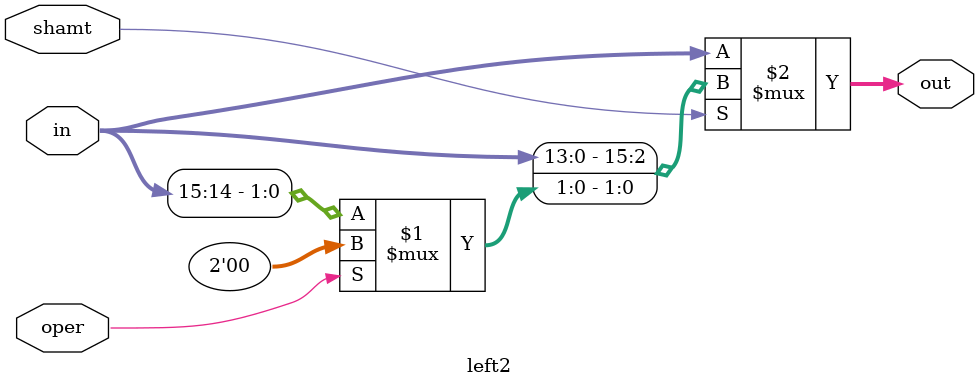
<source format=v>
module left2(in, shamt, oper, out);
  input [15:0]in;
  input shamt;
  input oper;
  output[15:0] out;

  assign out = shamt ? {in[13:0], oper? 2'b00: in[15:14]}:in;
endmodule

</source>
